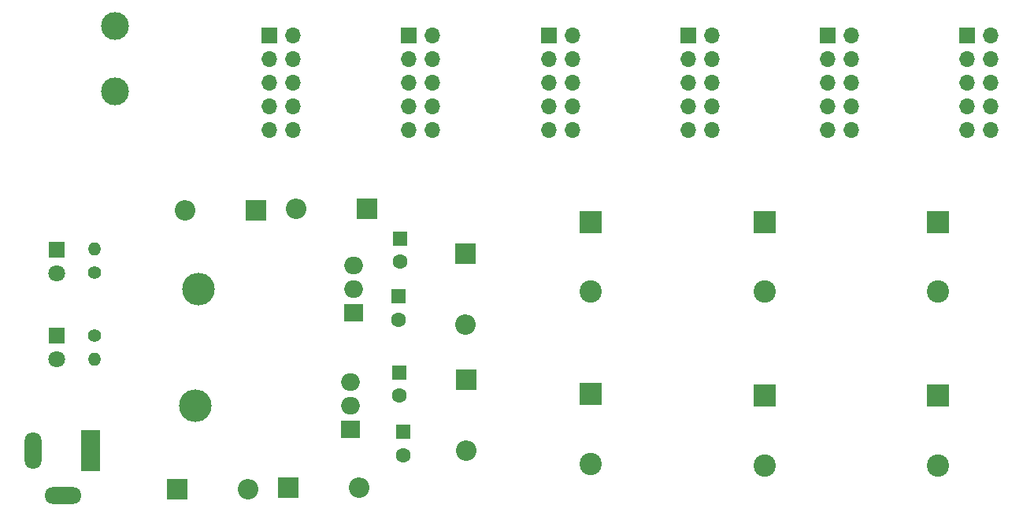
<source format=gbr>
%TF.GenerationSoftware,KiCad,Pcbnew,(5.1.7-0-10_14)*%
%TF.CreationDate,2021-01-19T07:42:21-05:00*%
%TF.ProjectId,Power Supply,506f7765-7220-4537-9570-706c792e6b69,rev?*%
%TF.SameCoordinates,Original*%
%TF.FileFunction,Soldermask,Bot*%
%TF.FilePolarity,Negative*%
%FSLAX46Y46*%
G04 Gerber Fmt 4.6, Leading zero omitted, Abs format (unit mm)*
G04 Created by KiCad (PCBNEW (5.1.7-0-10_14)) date 2021-01-19 07:42:21*
%MOMM*%
%LPD*%
G01*
G04 APERTURE LIST*
%ADD10C,3.000000*%
%ADD11O,4.000000X1.800000*%
%ADD12O,1.800000X4.000000*%
%ADD13R,2.000000X4.500000*%
%ADD14O,1.700000X1.700000*%
%ADD15R,1.700000X1.700000*%
%ADD16O,1.400000X1.400000*%
%ADD17C,1.400000*%
%ADD18O,2.000000X1.905000*%
%ADD19R,2.000000X1.905000*%
%ADD20O,3.500000X3.500000*%
%ADD21C,1.800000*%
%ADD22R,1.800000X1.800000*%
%ADD23O,2.200000X2.200000*%
%ADD24R,2.200000X2.200000*%
%ADD25C,1.600000*%
%ADD26R,1.600000X1.600000*%
%ADD27C,2.400000*%
%ADD28R,2.400000X2.400000*%
G04 APERTURE END LIST*
D10*
%TO.C,SW101*%
X84000000Y-58000000D03*
X84000000Y-51000000D03*
%TD*%
D11*
%TO.C,P101*%
X78450000Y-101400000D03*
D12*
X75200000Y-96600000D03*
D13*
X81450000Y-96600000D03*
%TD*%
D14*
%TO.C,J106*%
X178200000Y-62160000D03*
X175660000Y-62160000D03*
X178200000Y-59620000D03*
X175660000Y-59620000D03*
X178200000Y-57080000D03*
X175660000Y-57080000D03*
X178200000Y-54540000D03*
X175660000Y-54540000D03*
X178200000Y-52000000D03*
D15*
X175660000Y-52000000D03*
%TD*%
D14*
%TO.C,J105*%
X163200000Y-62160000D03*
X160660000Y-62160000D03*
X163200000Y-59620000D03*
X160660000Y-59620000D03*
X163200000Y-57080000D03*
X160660000Y-57080000D03*
X163200000Y-54540000D03*
X160660000Y-54540000D03*
X163200000Y-52000000D03*
D15*
X160660000Y-52000000D03*
%TD*%
D14*
%TO.C,J104*%
X148200000Y-62160000D03*
X145660000Y-62160000D03*
X148200000Y-59620000D03*
X145660000Y-59620000D03*
X148200000Y-57080000D03*
X145660000Y-57080000D03*
X148200000Y-54540000D03*
X145660000Y-54540000D03*
X148200000Y-52000000D03*
D15*
X145660000Y-52000000D03*
%TD*%
D14*
%TO.C,J103*%
X133200000Y-62160000D03*
X130660000Y-62160000D03*
X133200000Y-59620000D03*
X130660000Y-59620000D03*
X133200000Y-57080000D03*
X130660000Y-57080000D03*
X133200000Y-54540000D03*
X130660000Y-54540000D03*
X133200000Y-52000000D03*
D15*
X130660000Y-52000000D03*
%TD*%
D14*
%TO.C,J102*%
X118200000Y-62160000D03*
X115660000Y-62160000D03*
X118200000Y-59620000D03*
X115660000Y-59620000D03*
X118200000Y-57080000D03*
X115660000Y-57080000D03*
X118200000Y-54540000D03*
X115660000Y-54540000D03*
X118200000Y-52000000D03*
D15*
X115660000Y-52000000D03*
%TD*%
D14*
%TO.C,J101*%
X103200000Y-62160000D03*
X100660000Y-62160000D03*
X103200000Y-59620000D03*
X100660000Y-59620000D03*
X103200000Y-57080000D03*
X100660000Y-57080000D03*
X103200000Y-54540000D03*
X100660000Y-54540000D03*
X103200000Y-52000000D03*
D15*
X100660000Y-52000000D03*
%TD*%
D16*
%TO.C,R102*%
X81800000Y-86740000D03*
D17*
X81800000Y-84200000D03*
%TD*%
D16*
%TO.C,R101*%
X81800000Y-74960000D03*
D17*
X81800000Y-77500000D03*
%TD*%
D18*
%TO.C,U102*%
X109360000Y-89260000D03*
X109360000Y-91800000D03*
D19*
X109360000Y-94340000D03*
D20*
X92700000Y-91800000D03*
%TD*%
D18*
%TO.C,U101*%
X109700000Y-76720000D03*
X109700000Y-79260000D03*
D19*
X109700000Y-81800000D03*
D20*
X93040000Y-79260000D03*
%TD*%
D21*
%TO.C,D108*%
X77800000Y-86740000D03*
D22*
X77800000Y-84200000D03*
%TD*%
D21*
%TO.C,D107*%
X77800000Y-77540000D03*
D22*
X77800000Y-75000000D03*
%TD*%
D23*
%TO.C,D106*%
X121800000Y-96620000D03*
D24*
X121800000Y-89000000D03*
%TD*%
D23*
%TO.C,D105*%
X121700000Y-83020000D03*
D24*
X121700000Y-75400000D03*
%TD*%
D23*
%TO.C,D104*%
X110320000Y-100600000D03*
D24*
X102700000Y-100600000D03*
%TD*%
D23*
%TO.C,D103*%
X103480000Y-70600000D03*
D24*
X111100000Y-70600000D03*
%TD*%
D23*
%TO.C,D102*%
X98320000Y-100700000D03*
D24*
X90700000Y-100700000D03*
%TD*%
D23*
%TO.C,D101*%
X91580000Y-70800000D03*
D24*
X99200000Y-70800000D03*
%TD*%
D25*
%TO.C,C110*%
X114600000Y-90700000D03*
D26*
X114600000Y-88200000D03*
%TD*%
D25*
%TO.C,C109*%
X114700000Y-76300000D03*
D26*
X114700000Y-73800000D03*
%TD*%
D25*
%TO.C,C108*%
X115000000Y-97100000D03*
D26*
X115000000Y-94600000D03*
%TD*%
D25*
%TO.C,C107*%
X114500000Y-82500000D03*
D26*
X114500000Y-80000000D03*
%TD*%
D27*
%TO.C,C106*%
X172500000Y-98200000D03*
D28*
X172500000Y-90700000D03*
%TD*%
D27*
%TO.C,C105*%
X135200000Y-79500000D03*
D28*
X135200000Y-72000000D03*
%TD*%
D27*
%TO.C,C104*%
X153900000Y-98200000D03*
D28*
X153900000Y-90700000D03*
%TD*%
D27*
%TO.C,C103*%
X172500000Y-79500000D03*
D28*
X172500000Y-72000000D03*
%TD*%
D27*
%TO.C,C102*%
X135200000Y-98000000D03*
D28*
X135200000Y-90500000D03*
%TD*%
D27*
%TO.C,C101*%
X153900000Y-79500000D03*
D28*
X153900000Y-72000000D03*
%TD*%
M02*

</source>
